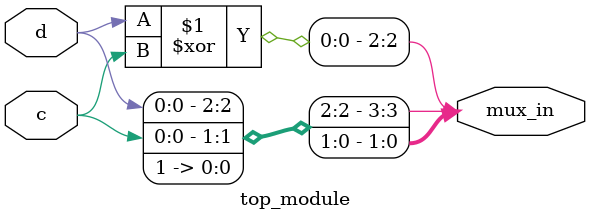
<source format=sv>
module top_module (
    input c,
    input d,
    output [3:0] mux_in
);

wire w1, w2, w3;

assign mux_in[0] = 1;
assign mux_in[1] = c;
assign mux_in[2] = d ^ c;
assign mux_in[3] = d;

endmodule

</source>
